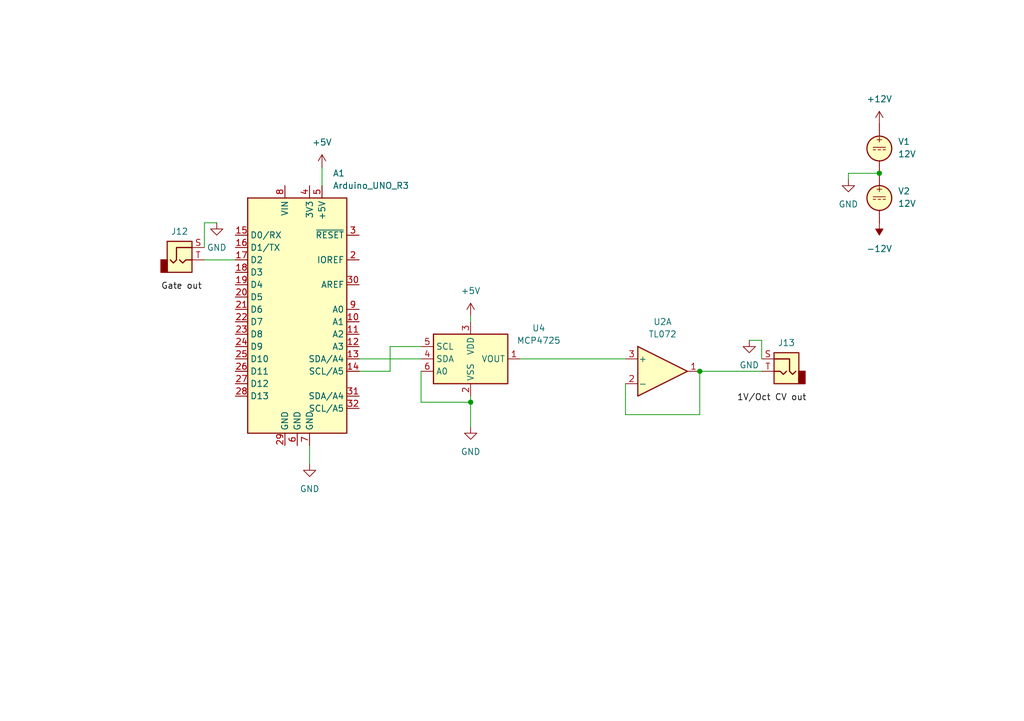
<source format=kicad_sch>
(kicad_sch
	(version 20231120)
	(generator "eeschema")
	(generator_version "8.0")
	(uuid "c764aeff-7478-4ad3-8c15-fc2418c90084")
	(paper "A5")
	(title_block
		(title "Sillysizer MIDI to CV Converter")
		(date "2024-10-27")
		(rev "2")
		(company "TEJ4M Ltd.")
	)
	(lib_symbols
		(symbol "Amplifier_Operational:TL072"
			(pin_names
				(offset 0.127)
			)
			(exclude_from_sim no)
			(in_bom yes)
			(on_board yes)
			(property "Reference" "U"
				(at 0 5.08 0)
				(effects
					(font
						(size 1.27 1.27)
					)
					(justify left)
				)
			)
			(property "Value" "TL072"
				(at 0 -5.08 0)
				(effects
					(font
						(size 1.27 1.27)
					)
					(justify left)
				)
			)
			(property "Footprint" ""
				(at 0 0 0)
				(effects
					(font
						(size 1.27 1.27)
					)
					(hide yes)
				)
			)
			(property "Datasheet" "http://www.ti.com/lit/ds/symlink/tl071.pdf"
				(at 0 0 0)
				(effects
					(font
						(size 1.27 1.27)
					)
					(hide yes)
				)
			)
			(property "Description" "Dual Low-Noise JFET-Input Operational Amplifiers, DIP-8/SOIC-8"
				(at 0 0 0)
				(effects
					(font
						(size 1.27 1.27)
					)
					(hide yes)
				)
			)
			(property "ki_locked" ""
				(at 0 0 0)
				(effects
					(font
						(size 1.27 1.27)
					)
				)
			)
			(property "ki_keywords" "dual opamp"
				(at 0 0 0)
				(effects
					(font
						(size 1.27 1.27)
					)
					(hide yes)
				)
			)
			(property "ki_fp_filters" "SOIC*3.9x4.9mm*P1.27mm* DIP*W7.62mm* TO*99* OnSemi*Micro8* TSSOP*3x3mm*P0.65mm* TSSOP*4.4x3mm*P0.65mm* MSOP*3x3mm*P0.65mm* SSOP*3.9x4.9mm*P0.635mm* LFCSP*2x2mm*P0.5mm* *SIP* SOIC*5.3x6.2mm*P1.27mm*"
				(at 0 0 0)
				(effects
					(font
						(size 1.27 1.27)
					)
					(hide yes)
				)
			)
			(symbol "TL072_1_1"
				(polyline
					(pts
						(xy -5.08 5.08) (xy 5.08 0) (xy -5.08 -5.08) (xy -5.08 5.08)
					)
					(stroke
						(width 0.254)
						(type default)
					)
					(fill
						(type background)
					)
				)
				(pin output line
					(at 7.62 0 180)
					(length 2.54)
					(name "~"
						(effects
							(font
								(size 1.27 1.27)
							)
						)
					)
					(number "1"
						(effects
							(font
								(size 1.27 1.27)
							)
						)
					)
				)
				(pin input line
					(at -7.62 -2.54 0)
					(length 2.54)
					(name "-"
						(effects
							(font
								(size 1.27 1.27)
							)
						)
					)
					(number "2"
						(effects
							(font
								(size 1.27 1.27)
							)
						)
					)
				)
				(pin input line
					(at -7.62 2.54 0)
					(length 2.54)
					(name "+"
						(effects
							(font
								(size 1.27 1.27)
							)
						)
					)
					(number "3"
						(effects
							(font
								(size 1.27 1.27)
							)
						)
					)
				)
			)
			(symbol "TL072_2_1"
				(polyline
					(pts
						(xy -5.08 5.08) (xy 5.08 0) (xy -5.08 -5.08) (xy -5.08 5.08)
					)
					(stroke
						(width 0.254)
						(type default)
					)
					(fill
						(type background)
					)
				)
				(pin input line
					(at -7.62 2.54 0)
					(length 2.54)
					(name "+"
						(effects
							(font
								(size 1.27 1.27)
							)
						)
					)
					(number "5"
						(effects
							(font
								(size 1.27 1.27)
							)
						)
					)
				)
				(pin input line
					(at -7.62 -2.54 0)
					(length 2.54)
					(name "-"
						(effects
							(font
								(size 1.27 1.27)
							)
						)
					)
					(number "6"
						(effects
							(font
								(size 1.27 1.27)
							)
						)
					)
				)
				(pin output line
					(at 7.62 0 180)
					(length 2.54)
					(name "~"
						(effects
							(font
								(size 1.27 1.27)
							)
						)
					)
					(number "7"
						(effects
							(font
								(size 1.27 1.27)
							)
						)
					)
				)
			)
			(symbol "TL072_3_1"
				(pin power_in line
					(at -2.54 -7.62 90)
					(length 3.81)
					(name "V-"
						(effects
							(font
								(size 1.27 1.27)
							)
						)
					)
					(number "4"
						(effects
							(font
								(size 1.27 1.27)
							)
						)
					)
				)
				(pin power_in line
					(at -2.54 7.62 270)
					(length 3.81)
					(name "V+"
						(effects
							(font
								(size 1.27 1.27)
							)
						)
					)
					(number "8"
						(effects
							(font
								(size 1.27 1.27)
							)
						)
					)
				)
			)
		)
		(symbol "Analog_DAC:MCP4725xxx-xCH"
			(exclude_from_sim no)
			(in_bom yes)
			(on_board yes)
			(property "Reference" "U"
				(at -6.35 6.35 0)
				(effects
					(font
						(size 1.27 1.27)
					)
				)
			)
			(property "Value" "MCP4725xxx-xCH"
				(at 8.89 6.35 0)
				(effects
					(font
						(size 1.27 1.27)
					)
				)
			)
			(property "Footprint" "Package_TO_SOT_SMD:SOT-23-6"
				(at 0 -6.35 0)
				(effects
					(font
						(size 1.27 1.27)
					)
					(hide yes)
				)
			)
			(property "Datasheet" "http://ww1.microchip.com/downloads/en/DeviceDoc/22039d.pdf"
				(at 0 0 0)
				(effects
					(font
						(size 1.27 1.27)
					)
					(hide yes)
				)
			)
			(property "Description" "12-bit Digital-to-Analog Converter, integrated EEPROM, I2C interface, SOT-23-6"
				(at 0 0 0)
				(effects
					(font
						(size 1.27 1.27)
					)
					(hide yes)
				)
			)
			(property "ki_keywords" "dac twi"
				(at 0 0 0)
				(effects
					(font
						(size 1.27 1.27)
					)
					(hide yes)
				)
			)
			(property "ki_fp_filters" "SOT?23*"
				(at 0 0 0)
				(effects
					(font
						(size 1.27 1.27)
					)
					(hide yes)
				)
			)
			(symbol "MCP4725xxx-xCH_0_1"
				(rectangle
					(start -7.62 5.08)
					(end 7.62 -5.08)
					(stroke
						(width 0.254)
						(type default)
					)
					(fill
						(type background)
					)
				)
			)
			(symbol "MCP4725xxx-xCH_1_1"
				(pin output line
					(at 10.16 0 180)
					(length 2.54)
					(name "VOUT"
						(effects
							(font
								(size 1.27 1.27)
							)
						)
					)
					(number "1"
						(effects
							(font
								(size 1.27 1.27)
							)
						)
					)
				)
				(pin power_in line
					(at 0 -7.62 90)
					(length 2.54)
					(name "VSS"
						(effects
							(font
								(size 1.27 1.27)
							)
						)
					)
					(number "2"
						(effects
							(font
								(size 1.27 1.27)
							)
						)
					)
				)
				(pin power_in line
					(at 0 7.62 270)
					(length 2.54)
					(name "VDD"
						(effects
							(font
								(size 1.27 1.27)
							)
						)
					)
					(number "3"
						(effects
							(font
								(size 1.27 1.27)
							)
						)
					)
				)
				(pin bidirectional line
					(at -10.16 0 0)
					(length 2.54)
					(name "SDA"
						(effects
							(font
								(size 1.27 1.27)
							)
						)
					)
					(number "4"
						(effects
							(font
								(size 1.27 1.27)
							)
						)
					)
				)
				(pin input line
					(at -10.16 2.54 0)
					(length 2.54)
					(name "SCL"
						(effects
							(font
								(size 1.27 1.27)
							)
						)
					)
					(number "5"
						(effects
							(font
								(size 1.27 1.27)
							)
						)
					)
				)
				(pin input line
					(at -10.16 -2.54 0)
					(length 2.54)
					(name "A0"
						(effects
							(font
								(size 1.27 1.27)
							)
						)
					)
					(number "6"
						(effects
							(font
								(size 1.27 1.27)
							)
						)
					)
				)
			)
		)
		(symbol "Connector_Audio:AudioJack2"
			(exclude_from_sim no)
			(in_bom yes)
			(on_board yes)
			(property "Reference" "J"
				(at 0 8.89 0)
				(effects
					(font
						(size 1.27 1.27)
					)
				)
			)
			(property "Value" "AudioJack2"
				(at 0 6.35 0)
				(effects
					(font
						(size 1.27 1.27)
					)
				)
			)
			(property "Footprint" ""
				(at 0 0 0)
				(effects
					(font
						(size 1.27 1.27)
					)
					(hide yes)
				)
			)
			(property "Datasheet" "~"
				(at 0 0 0)
				(effects
					(font
						(size 1.27 1.27)
					)
					(hide yes)
				)
			)
			(property "Description" "Audio Jack, 2 Poles (Mono / TS)"
				(at 0 0 0)
				(effects
					(font
						(size 1.27 1.27)
					)
					(hide yes)
				)
			)
			(property "ki_keywords" "audio jack receptacle mono phone headphone TS connector"
				(at 0 0 0)
				(effects
					(font
						(size 1.27 1.27)
					)
					(hide yes)
				)
			)
			(property "ki_fp_filters" "Jack*"
				(at 0 0 0)
				(effects
					(font
						(size 1.27 1.27)
					)
					(hide yes)
				)
			)
			(symbol "AudioJack2_0_1"
				(rectangle
					(start -3.81 0)
					(end -2.54 -2.54)
					(stroke
						(width 0.254)
						(type default)
					)
					(fill
						(type outline)
					)
				)
				(rectangle
					(start -2.54 3.81)
					(end 2.54 -2.54)
					(stroke
						(width 0.254)
						(type default)
					)
					(fill
						(type background)
					)
				)
				(polyline
					(pts
						(xy 0 0) (xy 0.635 -0.635) (xy 1.27 0) (xy 2.54 0)
					)
					(stroke
						(width 0.254)
						(type default)
					)
					(fill
						(type none)
					)
				)
				(polyline
					(pts
						(xy 2.54 2.54) (xy -0.635 2.54) (xy -0.635 0) (xy -1.27 -0.635) (xy -1.905 0)
					)
					(stroke
						(width 0.254)
						(type default)
					)
					(fill
						(type none)
					)
				)
			)
			(symbol "AudioJack2_1_1"
				(pin passive line
					(at 5.08 2.54 180)
					(length 2.54)
					(name "~"
						(effects
							(font
								(size 1.27 1.27)
							)
						)
					)
					(number "S"
						(effects
							(font
								(size 1.27 1.27)
							)
						)
					)
				)
				(pin passive line
					(at 5.08 0 180)
					(length 2.54)
					(name "~"
						(effects
							(font
								(size 1.27 1.27)
							)
						)
					)
					(number "T"
						(effects
							(font
								(size 1.27 1.27)
							)
						)
					)
				)
			)
		)
		(symbol "MCU_Module:Arduino_UNO_R3"
			(exclude_from_sim no)
			(in_bom yes)
			(on_board yes)
			(property "Reference" "A"
				(at -10.16 23.495 0)
				(effects
					(font
						(size 1.27 1.27)
					)
					(justify left bottom)
				)
			)
			(property "Value" "Arduino_UNO_R3"
				(at 5.08 -26.67 0)
				(effects
					(font
						(size 1.27 1.27)
					)
					(justify left top)
				)
			)
			(property "Footprint" "Module:Arduino_UNO_R3"
				(at 0 0 0)
				(effects
					(font
						(size 1.27 1.27)
						(italic yes)
					)
					(hide yes)
				)
			)
			(property "Datasheet" "https://www.arduino.cc/en/Main/arduinoBoardUno"
				(at 0 0 0)
				(effects
					(font
						(size 1.27 1.27)
					)
					(hide yes)
				)
			)
			(property "Description" "Arduino UNO Microcontroller Module, release 3"
				(at 0 0 0)
				(effects
					(font
						(size 1.27 1.27)
					)
					(hide yes)
				)
			)
			(property "ki_keywords" "Arduino UNO R3 Microcontroller Module Atmel AVR USB"
				(at 0 0 0)
				(effects
					(font
						(size 1.27 1.27)
					)
					(hide yes)
				)
			)
			(property "ki_fp_filters" "Arduino*UNO*R3*"
				(at 0 0 0)
				(effects
					(font
						(size 1.27 1.27)
					)
					(hide yes)
				)
			)
			(symbol "Arduino_UNO_R3_0_1"
				(rectangle
					(start -10.16 22.86)
					(end 10.16 -25.4)
					(stroke
						(width 0.254)
						(type default)
					)
					(fill
						(type background)
					)
				)
			)
			(symbol "Arduino_UNO_R3_1_1"
				(pin no_connect line
					(at -10.16 -20.32 0)
					(length 2.54) hide
					(name "NC"
						(effects
							(font
								(size 1.27 1.27)
							)
						)
					)
					(number "1"
						(effects
							(font
								(size 1.27 1.27)
							)
						)
					)
				)
				(pin bidirectional line
					(at 12.7 -2.54 180)
					(length 2.54)
					(name "A1"
						(effects
							(font
								(size 1.27 1.27)
							)
						)
					)
					(number "10"
						(effects
							(font
								(size 1.27 1.27)
							)
						)
					)
				)
				(pin bidirectional line
					(at 12.7 -5.08 180)
					(length 2.54)
					(name "A2"
						(effects
							(font
								(size 1.27 1.27)
							)
						)
					)
					(number "11"
						(effects
							(font
								(size 1.27 1.27)
							)
						)
					)
				)
				(pin bidirectional line
					(at 12.7 -7.62 180)
					(length 2.54)
					(name "A3"
						(effects
							(font
								(size 1.27 1.27)
							)
						)
					)
					(number "12"
						(effects
							(font
								(size 1.27 1.27)
							)
						)
					)
				)
				(pin bidirectional line
					(at 12.7 -10.16 180)
					(length 2.54)
					(name "SDA/A4"
						(effects
							(font
								(size 1.27 1.27)
							)
						)
					)
					(number "13"
						(effects
							(font
								(size 1.27 1.27)
							)
						)
					)
				)
				(pin bidirectional line
					(at 12.7 -12.7 180)
					(length 2.54)
					(name "SCL/A5"
						(effects
							(font
								(size 1.27 1.27)
							)
						)
					)
					(number "14"
						(effects
							(font
								(size 1.27 1.27)
							)
						)
					)
				)
				(pin bidirectional line
					(at -12.7 15.24 0)
					(length 2.54)
					(name "D0/RX"
						(effects
							(font
								(size 1.27 1.27)
							)
						)
					)
					(number "15"
						(effects
							(font
								(size 1.27 1.27)
							)
						)
					)
				)
				(pin bidirectional line
					(at -12.7 12.7 0)
					(length 2.54)
					(name "D1/TX"
						(effects
							(font
								(size 1.27 1.27)
							)
						)
					)
					(number "16"
						(effects
							(font
								(size 1.27 1.27)
							)
						)
					)
				)
				(pin bidirectional line
					(at -12.7 10.16 0)
					(length 2.54)
					(name "D2"
						(effects
							(font
								(size 1.27 1.27)
							)
						)
					)
					(number "17"
						(effects
							(font
								(size 1.27 1.27)
							)
						)
					)
				)
				(pin bidirectional line
					(at -12.7 7.62 0)
					(length 2.54)
					(name "D3"
						(effects
							(font
								(size 1.27 1.27)
							)
						)
					)
					(number "18"
						(effects
							(font
								(size 1.27 1.27)
							)
						)
					)
				)
				(pin bidirectional line
					(at -12.7 5.08 0)
					(length 2.54)
					(name "D4"
						(effects
							(font
								(size 1.27 1.27)
							)
						)
					)
					(number "19"
						(effects
							(font
								(size 1.27 1.27)
							)
						)
					)
				)
				(pin output line
					(at 12.7 10.16 180)
					(length 2.54)
					(name "IOREF"
						(effects
							(font
								(size 1.27 1.27)
							)
						)
					)
					(number "2"
						(effects
							(font
								(size 1.27 1.27)
							)
						)
					)
				)
				(pin bidirectional line
					(at -12.7 2.54 0)
					(length 2.54)
					(name "D5"
						(effects
							(font
								(size 1.27 1.27)
							)
						)
					)
					(number "20"
						(effects
							(font
								(size 1.27 1.27)
							)
						)
					)
				)
				(pin bidirectional line
					(at -12.7 0 0)
					(length 2.54)
					(name "D6"
						(effects
							(font
								(size 1.27 1.27)
							)
						)
					)
					(number "21"
						(effects
							(font
								(size 1.27 1.27)
							)
						)
					)
				)
				(pin bidirectional line
					(at -12.7 -2.54 0)
					(length 2.54)
					(name "D7"
						(effects
							(font
								(size 1.27 1.27)
							)
						)
					)
					(number "22"
						(effects
							(font
								(size 1.27 1.27)
							)
						)
					)
				)
				(pin bidirectional line
					(at -12.7 -5.08 0)
					(length 2.54)
					(name "D8"
						(effects
							(font
								(size 1.27 1.27)
							)
						)
					)
					(number "23"
						(effects
							(font
								(size 1.27 1.27)
							)
						)
					)
				)
				(pin bidirectional line
					(at -12.7 -7.62 0)
					(length 2.54)
					(name "D9"
						(effects
							(font
								(size 1.27 1.27)
							)
						)
					)
					(number "24"
						(effects
							(font
								(size 1.27 1.27)
							)
						)
					)
				)
				(pin bidirectional line
					(at -12.7 -10.16 0)
					(length 2.54)
					(name "D10"
						(effects
							(font
								(size 1.27 1.27)
							)
						)
					)
					(number "25"
						(effects
							(font
								(size 1.27 1.27)
							)
						)
					)
				)
				(pin bidirectional line
					(at -12.7 -12.7 0)
					(length 2.54)
					(name "D11"
						(effects
							(font
								(size 1.27 1.27)
							)
						)
					)
					(number "26"
						(effects
							(font
								(size 1.27 1.27)
							)
						)
					)
				)
				(pin bidirectional line
					(at -12.7 -15.24 0)
					(length 2.54)
					(name "D12"
						(effects
							(font
								(size 1.27 1.27)
							)
						)
					)
					(number "27"
						(effects
							(font
								(size 1.27 1.27)
							)
						)
					)
				)
				(pin bidirectional line
					(at -12.7 -17.78 0)
					(length 2.54)
					(name "D13"
						(effects
							(font
								(size 1.27 1.27)
							)
						)
					)
					(number "28"
						(effects
							(font
								(size 1.27 1.27)
							)
						)
					)
				)
				(pin power_in line
					(at -2.54 -27.94 90)
					(length 2.54)
					(name "GND"
						(effects
							(font
								(size 1.27 1.27)
							)
						)
					)
					(number "29"
						(effects
							(font
								(size 1.27 1.27)
							)
						)
					)
				)
				(pin input line
					(at 12.7 15.24 180)
					(length 2.54)
					(name "~{RESET}"
						(effects
							(font
								(size 1.27 1.27)
							)
						)
					)
					(number "3"
						(effects
							(font
								(size 1.27 1.27)
							)
						)
					)
				)
				(pin input line
					(at 12.7 5.08 180)
					(length 2.54)
					(name "AREF"
						(effects
							(font
								(size 1.27 1.27)
							)
						)
					)
					(number "30"
						(effects
							(font
								(size 1.27 1.27)
							)
						)
					)
				)
				(pin bidirectional line
					(at 12.7 -17.78 180)
					(length 2.54)
					(name "SDA/A4"
						(effects
							(font
								(size 1.27 1.27)
							)
						)
					)
					(number "31"
						(effects
							(font
								(size 1.27 1.27)
							)
						)
					)
				)
				(pin bidirectional line
					(at 12.7 -20.32 180)
					(length 2.54)
					(name "SCL/A5"
						(effects
							(font
								(size 1.27 1.27)
							)
						)
					)
					(number "32"
						(effects
							(font
								(size 1.27 1.27)
							)
						)
					)
				)
				(pin power_out line
					(at 2.54 25.4 270)
					(length 2.54)
					(name "3V3"
						(effects
							(font
								(size 1.27 1.27)
							)
						)
					)
					(number "4"
						(effects
							(font
								(size 1.27 1.27)
							)
						)
					)
				)
				(pin power_out line
					(at 5.08 25.4 270)
					(length 2.54)
					(name "+5V"
						(effects
							(font
								(size 1.27 1.27)
							)
						)
					)
					(number "5"
						(effects
							(font
								(size 1.27 1.27)
							)
						)
					)
				)
				(pin power_in line
					(at 0 -27.94 90)
					(length 2.54)
					(name "GND"
						(effects
							(font
								(size 1.27 1.27)
							)
						)
					)
					(number "6"
						(effects
							(font
								(size 1.27 1.27)
							)
						)
					)
				)
				(pin power_in line
					(at 2.54 -27.94 90)
					(length 2.54)
					(name "GND"
						(effects
							(font
								(size 1.27 1.27)
							)
						)
					)
					(number "7"
						(effects
							(font
								(size 1.27 1.27)
							)
						)
					)
				)
				(pin power_in line
					(at -2.54 25.4 270)
					(length 2.54)
					(name "VIN"
						(effects
							(font
								(size 1.27 1.27)
							)
						)
					)
					(number "8"
						(effects
							(font
								(size 1.27 1.27)
							)
						)
					)
				)
				(pin bidirectional line
					(at 12.7 0 180)
					(length 2.54)
					(name "A0"
						(effects
							(font
								(size 1.27 1.27)
							)
						)
					)
					(number "9"
						(effects
							(font
								(size 1.27 1.27)
							)
						)
					)
				)
			)
		)
		(symbol "Simulation_SPICE:VDC"
			(pin_numbers hide)
			(pin_names
				(offset 0.0254)
			)
			(exclude_from_sim no)
			(in_bom yes)
			(on_board yes)
			(property "Reference" "V"
				(at 2.54 2.54 0)
				(effects
					(font
						(size 1.27 1.27)
					)
					(justify left)
				)
			)
			(property "Value" "1"
				(at 2.54 0 0)
				(effects
					(font
						(size 1.27 1.27)
					)
					(justify left)
				)
			)
			(property "Footprint" ""
				(at 0 0 0)
				(effects
					(font
						(size 1.27 1.27)
					)
					(hide yes)
				)
			)
			(property "Datasheet" "https://ngspice.sourceforge.io/docs/ngspice-html-manual/manual.xhtml#sec_Independent_Sources_for"
				(at 0 0 0)
				(effects
					(font
						(size 1.27 1.27)
					)
					(hide yes)
				)
			)
			(property "Description" "Voltage source, DC"
				(at 0 0 0)
				(effects
					(font
						(size 1.27 1.27)
					)
					(hide yes)
				)
			)
			(property "Sim.Pins" "1=+ 2=-"
				(at 0 0 0)
				(effects
					(font
						(size 1.27 1.27)
					)
					(hide yes)
				)
			)
			(property "Sim.Type" "DC"
				(at 0 0 0)
				(effects
					(font
						(size 1.27 1.27)
					)
					(hide yes)
				)
			)
			(property "Sim.Device" "V"
				(at 0 0 0)
				(effects
					(font
						(size 1.27 1.27)
					)
					(justify left)
					(hide yes)
				)
			)
			(property "ki_keywords" "simulation"
				(at 0 0 0)
				(effects
					(font
						(size 1.27 1.27)
					)
					(hide yes)
				)
			)
			(symbol "VDC_0_0"
				(polyline
					(pts
						(xy -1.27 0.254) (xy 1.27 0.254)
					)
					(stroke
						(width 0)
						(type default)
					)
					(fill
						(type none)
					)
				)
				(polyline
					(pts
						(xy -0.762 -0.254) (xy -1.27 -0.254)
					)
					(stroke
						(width 0)
						(type default)
					)
					(fill
						(type none)
					)
				)
				(polyline
					(pts
						(xy 0.254 -0.254) (xy -0.254 -0.254)
					)
					(stroke
						(width 0)
						(type default)
					)
					(fill
						(type none)
					)
				)
				(polyline
					(pts
						(xy 1.27 -0.254) (xy 0.762 -0.254)
					)
					(stroke
						(width 0)
						(type default)
					)
					(fill
						(type none)
					)
				)
				(text "+"
					(at 0 1.905 0)
					(effects
						(font
							(size 1.27 1.27)
						)
					)
				)
			)
			(symbol "VDC_0_1"
				(circle
					(center 0 0)
					(radius 2.54)
					(stroke
						(width 0.254)
						(type default)
					)
					(fill
						(type background)
					)
				)
			)
			(symbol "VDC_1_1"
				(pin passive line
					(at 0 5.08 270)
					(length 2.54)
					(name "~"
						(effects
							(font
								(size 1.27 1.27)
							)
						)
					)
					(number "1"
						(effects
							(font
								(size 1.27 1.27)
							)
						)
					)
				)
				(pin passive line
					(at 0 -5.08 90)
					(length 2.54)
					(name "~"
						(effects
							(font
								(size 1.27 1.27)
							)
						)
					)
					(number "2"
						(effects
							(font
								(size 1.27 1.27)
							)
						)
					)
				)
			)
		)
		(symbol "power:+12V"
			(power)
			(pin_numbers hide)
			(pin_names
				(offset 0) hide)
			(exclude_from_sim no)
			(in_bom yes)
			(on_board yes)
			(property "Reference" "#PWR"
				(at 0 -3.81 0)
				(effects
					(font
						(size 1.27 1.27)
					)
					(hide yes)
				)
			)
			(property "Value" "+12V"
				(at 0 3.556 0)
				(effects
					(font
						(size 1.27 1.27)
					)
				)
			)
			(property "Footprint" ""
				(at 0 0 0)
				(effects
					(font
						(size 1.27 1.27)
					)
					(hide yes)
				)
			)
			(property "Datasheet" ""
				(at 0 0 0)
				(effects
					(font
						(size 1.27 1.27)
					)
					(hide yes)
				)
			)
			(property "Description" "Power symbol creates a global label with name \"+12V\""
				(at 0 0 0)
				(effects
					(font
						(size 1.27 1.27)
					)
					(hide yes)
				)
			)
			(property "ki_keywords" "global power"
				(at 0 0 0)
				(effects
					(font
						(size 1.27 1.27)
					)
					(hide yes)
				)
			)
			(symbol "+12V_0_1"
				(polyline
					(pts
						(xy -0.762 1.27) (xy 0 2.54)
					)
					(stroke
						(width 0)
						(type default)
					)
					(fill
						(type none)
					)
				)
				(polyline
					(pts
						(xy 0 0) (xy 0 2.54)
					)
					(stroke
						(width 0)
						(type default)
					)
					(fill
						(type none)
					)
				)
				(polyline
					(pts
						(xy 0 2.54) (xy 0.762 1.27)
					)
					(stroke
						(width 0)
						(type default)
					)
					(fill
						(type none)
					)
				)
			)
			(symbol "+12V_1_1"
				(pin power_in line
					(at 0 0 90)
					(length 0)
					(name "~"
						(effects
							(font
								(size 1.27 1.27)
							)
						)
					)
					(number "1"
						(effects
							(font
								(size 1.27 1.27)
							)
						)
					)
				)
			)
		)
		(symbol "power:+5V"
			(power)
			(pin_numbers hide)
			(pin_names
				(offset 0) hide)
			(exclude_from_sim no)
			(in_bom yes)
			(on_board yes)
			(property "Reference" "#PWR"
				(at 0 -3.81 0)
				(effects
					(font
						(size 1.27 1.27)
					)
					(hide yes)
				)
			)
			(property "Value" "+5V"
				(at 0 3.556 0)
				(effects
					(font
						(size 1.27 1.27)
					)
				)
			)
			(property "Footprint" ""
				(at 0 0 0)
				(effects
					(font
						(size 1.27 1.27)
					)
					(hide yes)
				)
			)
			(property "Datasheet" ""
				(at 0 0 0)
				(effects
					(font
						(size 1.27 1.27)
					)
					(hide yes)
				)
			)
			(property "Description" "Power symbol creates a global label with name \"+5V\""
				(at 0 0 0)
				(effects
					(font
						(size 1.27 1.27)
					)
					(hide yes)
				)
			)
			(property "ki_keywords" "global power"
				(at 0 0 0)
				(effects
					(font
						(size 1.27 1.27)
					)
					(hide yes)
				)
			)
			(symbol "+5V_0_1"
				(polyline
					(pts
						(xy -0.762 1.27) (xy 0 2.54)
					)
					(stroke
						(width 0)
						(type default)
					)
					(fill
						(type none)
					)
				)
				(polyline
					(pts
						(xy 0 0) (xy 0 2.54)
					)
					(stroke
						(width 0)
						(type default)
					)
					(fill
						(type none)
					)
				)
				(polyline
					(pts
						(xy 0 2.54) (xy 0.762 1.27)
					)
					(stroke
						(width 0)
						(type default)
					)
					(fill
						(type none)
					)
				)
			)
			(symbol "+5V_1_1"
				(pin power_in line
					(at 0 0 90)
					(length 0)
					(name "~"
						(effects
							(font
								(size 1.27 1.27)
							)
						)
					)
					(number "1"
						(effects
							(font
								(size 1.27 1.27)
							)
						)
					)
				)
			)
		)
		(symbol "power:-12V"
			(power)
			(pin_numbers hide)
			(pin_names
				(offset 0) hide)
			(exclude_from_sim no)
			(in_bom yes)
			(on_board yes)
			(property "Reference" "#PWR"
				(at 0 -3.81 0)
				(effects
					(font
						(size 1.27 1.27)
					)
					(hide yes)
				)
			)
			(property "Value" "-12V"
				(at 0 3.556 0)
				(effects
					(font
						(size 1.27 1.27)
					)
				)
			)
			(property "Footprint" ""
				(at 0 0 0)
				(effects
					(font
						(size 1.27 1.27)
					)
					(hide yes)
				)
			)
			(property "Datasheet" ""
				(at 0 0 0)
				(effects
					(font
						(size 1.27 1.27)
					)
					(hide yes)
				)
			)
			(property "Description" "Power symbol creates a global label with name \"-12V\""
				(at 0 0 0)
				(effects
					(font
						(size 1.27 1.27)
					)
					(hide yes)
				)
			)
			(property "ki_keywords" "global power"
				(at 0 0 0)
				(effects
					(font
						(size 1.27 1.27)
					)
					(hide yes)
				)
			)
			(symbol "-12V_0_0"
				(pin power_in line
					(at 0 0 90)
					(length 0)
					(name "~"
						(effects
							(font
								(size 1.27 1.27)
							)
						)
					)
					(number "1"
						(effects
							(font
								(size 1.27 1.27)
							)
						)
					)
				)
			)
			(symbol "-12V_0_1"
				(polyline
					(pts
						(xy 0 0) (xy 0 1.27) (xy 0.762 1.27) (xy 0 2.54) (xy -0.762 1.27) (xy 0 1.27)
					)
					(stroke
						(width 0)
						(type default)
					)
					(fill
						(type outline)
					)
				)
			)
		)
		(symbol "power:GND"
			(power)
			(pin_numbers hide)
			(pin_names
				(offset 0) hide)
			(exclude_from_sim no)
			(in_bom yes)
			(on_board yes)
			(property "Reference" "#PWR"
				(at 0 -6.35 0)
				(effects
					(font
						(size 1.27 1.27)
					)
					(hide yes)
				)
			)
			(property "Value" "GND"
				(at 0 -3.81 0)
				(effects
					(font
						(size 1.27 1.27)
					)
				)
			)
			(property "Footprint" ""
				(at 0 0 0)
				(effects
					(font
						(size 1.27 1.27)
					)
					(hide yes)
				)
			)
			(property "Datasheet" ""
				(at 0 0 0)
				(effects
					(font
						(size 1.27 1.27)
					)
					(hide yes)
				)
			)
			(property "Description" "Power symbol creates a global label with name \"GND\" , ground"
				(at 0 0 0)
				(effects
					(font
						(size 1.27 1.27)
					)
					(hide yes)
				)
			)
			(property "ki_keywords" "global power"
				(at 0 0 0)
				(effects
					(font
						(size 1.27 1.27)
					)
					(hide yes)
				)
			)
			(symbol "GND_0_1"
				(polyline
					(pts
						(xy 0 0) (xy 0 -1.27) (xy 1.27 -1.27) (xy 0 -2.54) (xy -1.27 -1.27) (xy 0 -1.27)
					)
					(stroke
						(width 0)
						(type default)
					)
					(fill
						(type none)
					)
				)
			)
			(symbol "GND_1_1"
				(pin power_in line
					(at 0 0 270)
					(length 0)
					(name "~"
						(effects
							(font
								(size 1.27 1.27)
							)
						)
					)
					(number "1"
						(effects
							(font
								(size 1.27 1.27)
							)
						)
					)
				)
			)
		)
	)
	(junction
		(at 96.52 82.55)
		(diameter 0)
		(color 0 0 0 0)
		(uuid "02d02ed8-97e2-44c5-a3d3-4f795b7be630")
	)
	(junction
		(at 143.51 76.2)
		(diameter 0)
		(color 0 0 0 0)
		(uuid "41288451-7bd9-4c64-9ba0-69aeb58a513e")
	)
	(junction
		(at 180.34 35.56)
		(diameter 0)
		(color 0 0 0 0)
		(uuid "99c9f29a-71c4-48ba-8a03-27d3a26aff73")
	)
	(wire
		(pts
			(xy 173.99 35.56) (xy 180.34 35.56)
		)
		(stroke
			(width 0)
			(type default)
		)
		(uuid "06618acb-4371-41f2-bead-e99d86d39264")
	)
	(wire
		(pts
			(xy 63.5 95.25) (xy 63.5 91.44)
		)
		(stroke
			(width 0)
			(type default)
		)
		(uuid "1dda8bcd-467f-4189-baf2-4384a04f9a85")
	)
	(wire
		(pts
			(xy 106.68 73.66) (xy 128.27 73.66)
		)
		(stroke
			(width 0)
			(type default)
		)
		(uuid "21cb010e-5790-4d21-8117-9fb134ba5fa1")
	)
	(wire
		(pts
			(xy 73.66 73.66) (xy 86.36 73.66)
		)
		(stroke
			(width 0)
			(type default)
		)
		(uuid "27c06e49-9b0c-4d5b-8209-520ae142a1d1")
	)
	(wire
		(pts
			(xy 156.21 73.66) (xy 156.21 69.85)
		)
		(stroke
			(width 0)
			(type default)
		)
		(uuid "3cbe2e7b-c85f-4bb3-b880-afb4244265a8")
	)
	(wire
		(pts
			(xy 66.04 34.29) (xy 66.04 38.1)
		)
		(stroke
			(width 0)
			(type default)
		)
		(uuid "43865d96-fe0f-408a-808b-033a312aad77")
	)
	(wire
		(pts
			(xy 156.21 69.85) (xy 153.67 69.85)
		)
		(stroke
			(width 0)
			(type default)
		)
		(uuid "4eb67b49-73e9-4f2c-8815-7e23177469d1")
	)
	(wire
		(pts
			(xy 80.01 76.2) (xy 80.01 71.12)
		)
		(stroke
			(width 0)
			(type default)
		)
		(uuid "52702d45-f573-486c-b0fd-2dea57271a1a")
	)
	(wire
		(pts
			(xy 41.91 50.8) (xy 41.91 45.72)
		)
		(stroke
			(width 0)
			(type default)
		)
		(uuid "5f726988-02b1-427b-9c6f-c96c951182bb")
	)
	(wire
		(pts
			(xy 143.51 76.2) (xy 156.21 76.2)
		)
		(stroke
			(width 0)
			(type default)
		)
		(uuid "623d710e-c5cf-4abc-865a-174aa6dafd10")
	)
	(wire
		(pts
			(xy 86.36 82.55) (xy 96.52 82.55)
		)
		(stroke
			(width 0)
			(type default)
		)
		(uuid "6f0cb70b-9f83-4efd-b201-dc5b08ba69e4")
	)
	(wire
		(pts
			(xy 96.52 66.04) (xy 96.52 64.77)
		)
		(stroke
			(width 0)
			(type default)
		)
		(uuid "79beae07-5bb7-4a1e-94c1-1d8961f9006b")
	)
	(wire
		(pts
			(xy 80.01 76.2) (xy 73.66 76.2)
		)
		(stroke
			(width 0)
			(type default)
		)
		(uuid "9bfedc13-bb2b-4db1-a43b-98a3f12cd53e")
	)
	(wire
		(pts
			(xy 86.36 76.2) (xy 86.36 82.55)
		)
		(stroke
			(width 0)
			(type default)
		)
		(uuid "a6d35747-c249-4560-b959-589729dc182c")
	)
	(wire
		(pts
			(xy 143.51 76.2) (xy 143.51 85.09)
		)
		(stroke
			(width 0)
			(type default)
		)
		(uuid "b3ad5de5-0671-4495-9723-72458dbdda64")
	)
	(wire
		(pts
			(xy 96.52 82.55) (xy 96.52 87.63)
		)
		(stroke
			(width 0)
			(type default)
		)
		(uuid "be2bb742-7d4f-4045-8ef6-661ffdf6ff6d")
	)
	(wire
		(pts
			(xy 128.27 78.74) (xy 128.27 85.09)
		)
		(stroke
			(width 0)
			(type default)
		)
		(uuid "c21bab35-ca1c-4108-b3f4-80da82a3b9ab")
	)
	(wire
		(pts
			(xy 41.91 53.34) (xy 48.26 53.34)
		)
		(stroke
			(width 0)
			(type default)
		)
		(uuid "c572cf60-5713-4d87-9eaa-a178c25a403f")
	)
	(wire
		(pts
			(xy 128.27 85.09) (xy 143.51 85.09)
		)
		(stroke
			(width 0)
			(type default)
		)
		(uuid "c8a7d776-ebb7-43d5-82d2-86c332eb74c9")
	)
	(wire
		(pts
			(xy 173.99 35.56) (xy 173.99 36.83)
		)
		(stroke
			(width 0)
			(type default)
		)
		(uuid "e35323e4-3650-457e-9d74-a02814a7ef97")
	)
	(wire
		(pts
			(xy 41.91 45.72) (xy 44.45 45.72)
		)
		(stroke
			(width 0)
			(type default)
		)
		(uuid "e5e31d78-b9db-4a61-a113-cadb62ec8c3b")
	)
	(wire
		(pts
			(xy 86.36 71.12) (xy 80.01 71.12)
		)
		(stroke
			(width 0)
			(type default)
		)
		(uuid "e70e07ff-7c32-4d19-9e88-d04f8a25fcdd")
	)
	(wire
		(pts
			(xy 96.52 81.28) (xy 96.52 82.55)
		)
		(stroke
			(width 0)
			(type default)
		)
		(uuid "ec9a82f6-de44-47da-9945-da111e6ec340")
	)
	(label "1V{slash}Oct CV out"
		(at 151.13 82.55 0)
		(fields_autoplaced yes)
		(effects
			(font
				(size 1.27 1.27)
			)
			(justify left bottom)
		)
		(uuid "39735fcc-abce-4607-9eeb-7cdfa060a681")
	)
	(label "Gate out"
		(at 33.02 59.69 0)
		(fields_autoplaced yes)
		(effects
			(font
				(size 1.27 1.27)
			)
			(justify left bottom)
		)
		(uuid "8f0d963c-f4b5-4eba-9e26-8a280dac31e8")
	)
	(symbol
		(lib_id "power:+12V")
		(at 180.34 25.4 0)
		(unit 1)
		(exclude_from_sim no)
		(in_bom yes)
		(on_board yes)
		(dnp no)
		(fields_autoplaced yes)
		(uuid "36b5e1e5-5869-432e-a359-2715dfcd16d4")
		(property "Reference" "#PWR063"
			(at 180.34 29.21 0)
			(effects
				(font
					(size 1.27 1.27)
				)
				(hide yes)
			)
		)
		(property "Value" "+12V"
			(at 180.34 20.32 0)
			(effects
				(font
					(size 1.27 1.27)
				)
			)
		)
		(property "Footprint" ""
			(at 180.34 25.4 0)
			(effects
				(font
					(size 1.27 1.27)
				)
				(hide yes)
			)
		)
		(property "Datasheet" ""
			(at 180.34 25.4 0)
			(effects
				(font
					(size 1.27 1.27)
				)
				(hide yes)
			)
		)
		(property "Description" "Power symbol creates a global label with name \"+12V\""
			(at 180.34 25.4 0)
			(effects
				(font
					(size 1.27 1.27)
				)
				(hide yes)
			)
		)
		(pin "1"
			(uuid "c98f7ff1-f332-4648-9e36-97facdf9b4fa")
		)
		(instances
			(project "sillysizer"
				(path "/bb092b85-e722-4e86-afc9-edfd62c321d0/41778a4b-2a5e-4941-9327-5e29ddc2ebe4"
					(reference "#PWR063")
					(unit 1)
				)
			)
		)
	)
	(symbol
		(lib_id "power:+5V")
		(at 66.04 34.29 0)
		(unit 1)
		(exclude_from_sim no)
		(in_bom yes)
		(on_board yes)
		(dnp no)
		(fields_autoplaced yes)
		(uuid "40fd4a0f-320c-47b3-8dca-e83df8db6daa")
		(property "Reference" "#PWR038"
			(at 66.04 38.1 0)
			(effects
				(font
					(size 1.27 1.27)
				)
				(hide yes)
			)
		)
		(property "Value" "+5V"
			(at 66.04 29.21 0)
			(effects
				(font
					(size 1.27 1.27)
				)
			)
		)
		(property "Footprint" ""
			(at 66.04 34.29 0)
			(effects
				(font
					(size 1.27 1.27)
				)
				(hide yes)
			)
		)
		(property "Datasheet" ""
			(at 66.04 34.29 0)
			(effects
				(font
					(size 1.27 1.27)
				)
				(hide yes)
			)
		)
		(property "Description" "Power symbol creates a global label with name \"+5V\""
			(at 66.04 34.29 0)
			(effects
				(font
					(size 1.27 1.27)
				)
				(hide yes)
			)
		)
		(pin "1"
			(uuid "92828724-86fb-461b-9339-db0914f7f4f2")
		)
		(instances
			(project "sillysizer"
				(path "/bb092b85-e722-4e86-afc9-edfd62c321d0/41778a4b-2a5e-4941-9327-5e29ddc2ebe4"
					(reference "#PWR038")
					(unit 1)
				)
			)
		)
	)
	(symbol
		(lib_id "Simulation_SPICE:VDC")
		(at 180.34 40.64 0)
		(unit 1)
		(exclude_from_sim no)
		(in_bom yes)
		(on_board yes)
		(dnp no)
		(fields_autoplaced yes)
		(uuid "69fed9bd-c44e-4fb1-ae0d-3bfd8b78b433")
		(property "Reference" "V2"
			(at 184.15 39.2401 0)
			(effects
				(font
					(size 1.27 1.27)
				)
				(justify left)
			)
		)
		(property "Value" "12V"
			(at 184.15 41.7801 0)
			(effects
				(font
					(size 1.27 1.27)
				)
				(justify left)
			)
		)
		(property "Footprint" ""
			(at 180.34 40.64 0)
			(effects
				(font
					(size 1.27 1.27)
				)
				(hide yes)
			)
		)
		(property "Datasheet" "https://ngspice.sourceforge.io/docs/ngspice-html-manual/manual.xhtml#sec_Independent_Sources_for"
			(at 180.34 40.64 0)
			(effects
				(font
					(size 1.27 1.27)
				)
				(hide yes)
			)
		)
		(property "Description" "Voltage source, DC"
			(at 180.34 40.64 0)
			(effects
				(font
					(size 1.27 1.27)
				)
				(hide yes)
			)
		)
		(property "Sim.Pins" "1=+ 2=-"
			(at 180.34 40.64 0)
			(effects
				(font
					(size 1.27 1.27)
				)
				(hide yes)
			)
		)
		(property "Sim.Type" "DC"
			(at 180.34 40.64 0)
			(effects
				(font
					(size 1.27 1.27)
				)
				(hide yes)
			)
		)
		(property "Sim.Device" "V"
			(at 180.34 40.64 0)
			(effects
				(font
					(size 1.27 1.27)
				)
				(justify left)
				(hide yes)
			)
		)
		(pin "1"
			(uuid "af78b167-76ef-43ed-8040-8b8088d6a7fa")
		)
		(pin "2"
			(uuid "c07ac077-f83c-42f6-816c-90d06425a3af")
		)
		(instances
			(project "sillysizer"
				(path "/bb092b85-e722-4e86-afc9-edfd62c321d0/41778a4b-2a5e-4941-9327-5e29ddc2ebe4"
					(reference "V2")
					(unit 1)
				)
			)
		)
	)
	(symbol
		(lib_id "Analog_DAC:MCP4725xxx-xCH")
		(at 96.52 73.66 0)
		(unit 1)
		(exclude_from_sim no)
		(in_bom yes)
		(on_board yes)
		(dnp no)
		(fields_autoplaced yes)
		(uuid "8141dd94-cca8-4aa6-abff-e1c7fbcae45d")
		(property "Reference" "U4"
			(at 110.49 67.3414 0)
			(effects
				(font
					(size 1.27 1.27)
				)
			)
		)
		(property "Value" "MCP4725"
			(at 110.49 69.8814 0)
			(effects
				(font
					(size 1.27 1.27)
				)
			)
		)
		(property "Footprint" "Package_TO_SOT_SMD:SOT-23-6"
			(at 96.52 80.01 0)
			(effects
				(font
					(size 1.27 1.27)
				)
				(hide yes)
			)
		)
		(property "Datasheet" "http://ww1.microchip.com/downloads/en/DeviceDoc/22039d.pdf"
			(at 96.52 73.66 0)
			(effects
				(font
					(size 1.27 1.27)
				)
				(hide yes)
			)
		)
		(property "Description" "12-bit Digital-to-Analog Converter, integrated EEPROM, I2C interface, SOT-23-6"
			(at 96.52 73.66 0)
			(effects
				(font
					(size 1.27 1.27)
				)
				(hide yes)
			)
		)
		(pin "3"
			(uuid "46b4350c-bb4a-4a66-acde-5815c7c77731")
		)
		(pin "1"
			(uuid "1e61128b-ecef-40f5-8776-abfdd3725dd2")
		)
		(pin "2"
			(uuid "4123475f-f542-495a-b168-4074f2e7172d")
		)
		(pin "4"
			(uuid "37032de0-ea89-431e-b132-cb47f913ead8")
		)
		(pin "5"
			(uuid "654dfc42-4bd3-4a78-8d07-285703e09f07")
		)
		(pin "6"
			(uuid "0dddf302-3432-44ba-b433-08c4ad68e0ac")
		)
		(instances
			(project "sillysizer"
				(path "/bb092b85-e722-4e86-afc9-edfd62c321d0/41778a4b-2a5e-4941-9327-5e29ddc2ebe4"
					(reference "U4")
					(unit 1)
				)
			)
		)
	)
	(symbol
		(lib_id "power:GND")
		(at 96.52 87.63 0)
		(unit 1)
		(exclude_from_sim no)
		(in_bom yes)
		(on_board yes)
		(dnp no)
		(fields_autoplaced yes)
		(uuid "99c4ea8d-e6e4-4b1f-a8f3-47f722ce4648")
		(property "Reference" "#PWR010"
			(at 96.52 93.98 0)
			(effects
				(font
					(size 1.27 1.27)
				)
				(hide yes)
			)
		)
		(property "Value" "GND"
			(at 96.52 92.71 0)
			(effects
				(font
					(size 1.27 1.27)
				)
			)
		)
		(property "Footprint" ""
			(at 96.52 87.63 0)
			(effects
				(font
					(size 1.27 1.27)
				)
				(hide yes)
			)
		)
		(property "Datasheet" ""
			(at 96.52 87.63 0)
			(effects
				(font
					(size 1.27 1.27)
				)
				(hide yes)
			)
		)
		(property "Description" "Power symbol creates a global label with name \"GND\" , ground"
			(at 96.52 87.63 0)
			(effects
				(font
					(size 1.27 1.27)
				)
				(hide yes)
			)
		)
		(pin "1"
			(uuid "e65a3293-c4af-4808-945f-189d9b212ffe")
		)
		(instances
			(project "sillysizer"
				(path "/bb092b85-e722-4e86-afc9-edfd62c321d0/41778a4b-2a5e-4941-9327-5e29ddc2ebe4"
					(reference "#PWR010")
					(unit 1)
				)
			)
		)
	)
	(symbol
		(lib_id "Simulation_SPICE:VDC")
		(at 180.34 30.48 0)
		(unit 1)
		(exclude_from_sim no)
		(in_bom yes)
		(on_board yes)
		(dnp no)
		(fields_autoplaced yes)
		(uuid "9a30e7f5-6346-4a61-a44a-60fb43daa216")
		(property "Reference" "V1"
			(at 184.15 29.0801 0)
			(effects
				(font
					(size 1.27 1.27)
				)
				(justify left)
			)
		)
		(property "Value" "12V"
			(at 184.15 31.6201 0)
			(effects
				(font
					(size 1.27 1.27)
				)
				(justify left)
			)
		)
		(property "Footprint" ""
			(at 180.34 30.48 0)
			(effects
				(font
					(size 1.27 1.27)
				)
				(hide yes)
			)
		)
		(property "Datasheet" "https://ngspice.sourceforge.io/docs/ngspice-html-manual/manual.xhtml#sec_Independent_Sources_for"
			(at 180.34 30.48 0)
			(effects
				(font
					(size 1.27 1.27)
				)
				(hide yes)
			)
		)
		(property "Description" "Voltage source, DC"
			(at 180.34 30.48 0)
			(effects
				(font
					(size 1.27 1.27)
				)
				(hide yes)
			)
		)
		(property "Sim.Pins" "1=+ 2=-"
			(at 180.34 30.48 0)
			(effects
				(font
					(size 1.27 1.27)
				)
				(hide yes)
			)
		)
		(property "Sim.Type" "DC"
			(at 180.34 30.48 0)
			(effects
				(font
					(size 1.27 1.27)
				)
				(hide yes)
			)
		)
		(property "Sim.Device" "V"
			(at 180.34 30.48 0)
			(effects
				(font
					(size 1.27 1.27)
				)
				(justify left)
				(hide yes)
			)
		)
		(pin "1"
			(uuid "cba185d3-6809-44d6-9c14-75d4f6100368")
		)
		(pin "2"
			(uuid "f85d2db6-2c38-4dcd-b20a-3d066705e006")
		)
		(instances
			(project "sillysizer"
				(path "/bb092b85-e722-4e86-afc9-edfd62c321d0/41778a4b-2a5e-4941-9327-5e29ddc2ebe4"
					(reference "V1")
					(unit 1)
				)
			)
		)
	)
	(symbol
		(lib_id "Connector_Audio:AudioJack2")
		(at 161.29 76.2 0)
		(mirror y)
		(unit 1)
		(exclude_from_sim no)
		(in_bom yes)
		(on_board yes)
		(dnp no)
		(uuid "a53c5e22-bcad-4aba-927f-9baec4114d46")
		(property "Reference" "J13"
			(at 161.29 70.358 0)
			(effects
				(font
					(size 1.27 1.27)
				)
			)
		)
		(property "Value" "AudioJack2"
			(at 161.925 69.85 0)
			(effects
				(font
					(size 1.27 1.27)
				)
				(hide yes)
			)
		)
		(property "Footprint" ""
			(at 161.29 76.2 0)
			(effects
				(font
					(size 1.27 1.27)
				)
				(hide yes)
			)
		)
		(property "Datasheet" "~"
			(at 161.29 76.2 0)
			(effects
				(font
					(size 1.27 1.27)
				)
				(hide yes)
			)
		)
		(property "Description" "Audio Jack, 2 Poles (Mono / TS)"
			(at 161.29 76.2 0)
			(effects
				(font
					(size 1.27 1.27)
				)
				(hide yes)
			)
		)
		(pin "T"
			(uuid "7fbe674d-9b28-4f0a-8619-b8da6742ca57")
		)
		(pin "S"
			(uuid "592911e8-8dc8-47e3-8fad-5e0eeb27c556")
		)
		(instances
			(project "sillysizer"
				(path "/bb092b85-e722-4e86-afc9-edfd62c321d0/41778a4b-2a5e-4941-9327-5e29ddc2ebe4"
					(reference "J13")
					(unit 1)
				)
			)
		)
	)
	(symbol
		(lib_id "power:GND")
		(at 44.45 45.72 0)
		(unit 1)
		(exclude_from_sim no)
		(in_bom yes)
		(on_board yes)
		(dnp no)
		(fields_autoplaced yes)
		(uuid "c87acf74-fe36-4cc2-8f99-7fba50d9196e")
		(property "Reference" "#PWR029"
			(at 44.45 52.07 0)
			(effects
				(font
					(size 1.27 1.27)
				)
				(hide yes)
			)
		)
		(property "Value" "GND"
			(at 44.45 50.8 0)
			(effects
				(font
					(size 1.27 1.27)
				)
			)
		)
		(property "Footprint" ""
			(at 44.45 45.72 0)
			(effects
				(font
					(size 1.27 1.27)
				)
				(hide yes)
			)
		)
		(property "Datasheet" ""
			(at 44.45 45.72 0)
			(effects
				(font
					(size 1.27 1.27)
				)
				(hide yes)
			)
		)
		(property "Description" "Power symbol creates a global label with name \"GND\" , ground"
			(at 44.45 45.72 0)
			(effects
				(font
					(size 1.27 1.27)
				)
				(hide yes)
			)
		)
		(pin "1"
			(uuid "d3d9c728-dd3d-4c27-b774-b92e750e94f7")
		)
		(instances
			(project "sillysizer"
				(path "/bb092b85-e722-4e86-afc9-edfd62c321d0/41778a4b-2a5e-4941-9327-5e29ddc2ebe4"
					(reference "#PWR029")
					(unit 1)
				)
			)
		)
	)
	(symbol
		(lib_id "power:-12V")
		(at 180.34 45.72 180)
		(unit 1)
		(exclude_from_sim no)
		(in_bom yes)
		(on_board yes)
		(dnp no)
		(uuid "cb31a545-3cd5-4142-9d84-44a2a1119e3e")
		(property "Reference" "#PWR064"
			(at 180.34 41.91 0)
			(effects
				(font
					(size 1.27 1.27)
				)
				(hide yes)
			)
		)
		(property "Value" "-12V"
			(at 180.34 51.054 0)
			(effects
				(font
					(size 1.27 1.27)
				)
			)
		)
		(property "Footprint" ""
			(at 180.34 45.72 0)
			(effects
				(font
					(size 1.27 1.27)
				)
				(hide yes)
			)
		)
		(property "Datasheet" ""
			(at 180.34 45.72 0)
			(effects
				(font
					(size 1.27 1.27)
				)
				(hide yes)
			)
		)
		(property "Description" "Power symbol creates a global label with name \"-12V\""
			(at 180.34 45.72 0)
			(effects
				(font
					(size 1.27 1.27)
				)
				(hide yes)
			)
		)
		(pin "1"
			(uuid "1b282ad9-5ee4-4588-9b61-3ceecfdd71bf")
		)
		(instances
			(project "sillysizer"
				(path "/bb092b85-e722-4e86-afc9-edfd62c321d0/41778a4b-2a5e-4941-9327-5e29ddc2ebe4"
					(reference "#PWR064")
					(unit 1)
				)
			)
		)
	)
	(symbol
		(lib_id "power:GND")
		(at 173.99 36.83 0)
		(unit 1)
		(exclude_from_sim no)
		(in_bom yes)
		(on_board yes)
		(dnp no)
		(fields_autoplaced yes)
		(uuid "cbd1235c-b81e-4989-a778-4830d729563d")
		(property "Reference" "#PWR062"
			(at 173.99 43.18 0)
			(effects
				(font
					(size 1.27 1.27)
				)
				(hide yes)
			)
		)
		(property "Value" "GND"
			(at 173.99 41.91 0)
			(effects
				(font
					(size 1.27 1.27)
				)
			)
		)
		(property "Footprint" ""
			(at 173.99 36.83 0)
			(effects
				(font
					(size 1.27 1.27)
				)
				(hide yes)
			)
		)
		(property "Datasheet" ""
			(at 173.99 36.83 0)
			(effects
				(font
					(size 1.27 1.27)
				)
				(hide yes)
			)
		)
		(property "Description" "Power symbol creates a global label with name \"GND\" , ground"
			(at 173.99 36.83 0)
			(effects
				(font
					(size 1.27 1.27)
				)
				(hide yes)
			)
		)
		(pin "1"
			(uuid "110a6274-3338-40c5-a534-c078c738e8a7")
		)
		(instances
			(project "sillysizer"
				(path "/bb092b85-e722-4e86-afc9-edfd62c321d0/41778a4b-2a5e-4941-9327-5e29ddc2ebe4"
					(reference "#PWR062")
					(unit 1)
				)
			)
		)
	)
	(symbol
		(lib_id "MCU_Module:Arduino_UNO_R3")
		(at 60.96 63.5 0)
		(unit 1)
		(exclude_from_sim no)
		(in_bom yes)
		(on_board yes)
		(dnp no)
		(fields_autoplaced yes)
		(uuid "cc444879-90dc-4522-8ffc-2d1645996e5a")
		(property "Reference" "A1"
			(at 68.2341 35.56 0)
			(effects
				(font
					(size 1.27 1.27)
				)
				(justify left)
			)
		)
		(property "Value" "Arduino_UNO_R3"
			(at 68.2341 38.1 0)
			(effects
				(font
					(size 1.27 1.27)
				)
				(justify left)
			)
		)
		(property "Footprint" "Module:Arduino_UNO_R3"
			(at 60.96 63.5 0)
			(effects
				(font
					(size 1.27 1.27)
					(italic yes)
				)
				(hide yes)
			)
		)
		(property "Datasheet" "https://www.arduino.cc/en/Main/arduinoBoardUno"
			(at 60.96 63.5 0)
			(effects
				(font
					(size 1.27 1.27)
				)
				(hide yes)
			)
		)
		(property "Description" "Arduino UNO Microcontroller Module, release 3"
			(at 60.96 63.5 0)
			(effects
				(font
					(size 1.27 1.27)
				)
				(hide yes)
			)
		)
		(pin "29"
			(uuid "110c7568-0e5d-48a3-a22c-83cf9e710735")
		)
		(pin "30"
			(uuid "55d906e4-3a93-48d1-9107-826fe112d871")
		)
		(pin "31"
			(uuid "1680e996-7c33-4d70-b69c-38a852bee8a2")
		)
		(pin "8"
			(uuid "b5239ee4-87b8-463e-9d05-08d9b8616c81")
		)
		(pin "27"
			(uuid "aac05b78-e77f-4d38-80df-874f8a5a6dcb")
		)
		(pin "2"
			(uuid "a68661dc-7c38-47cb-a485-7f54c61acaf0")
		)
		(pin "7"
			(uuid "6616d844-5bf5-487f-862e-9c9af631d0a5")
		)
		(pin "23"
			(uuid "b73844a2-242e-40de-98be-68dc594e3d25")
		)
		(pin "19"
			(uuid "946b7e9e-0cde-4417-ae91-a7733c62613d")
		)
		(pin "20"
			(uuid "dfbc4de1-de7d-4cd7-b215-83eb30194d5b")
		)
		(pin "3"
			(uuid "9a9966a4-0ae5-4a4e-a210-fdf434cc9a5c")
		)
		(pin "18"
			(uuid "8d868640-38e8-424b-b7de-da8f86abbd7c")
		)
		(pin "5"
			(uuid "a29dd360-5859-44b5-a1ff-5a99f5701475")
		)
		(pin "24"
			(uuid "141fb341-887f-4327-97a0-2907dffef71a")
		)
		(pin "1"
			(uuid "3507c82c-e4e6-45ae-8f57-76914dacf047")
		)
		(pin "17"
			(uuid "2dc0b681-729c-47c7-8753-24c086f0e49d")
		)
		(pin "6"
			(uuid "6c734ae8-476b-4c90-a169-fce4b65645f2")
		)
		(pin "11"
			(uuid "25d0d115-4341-4cb4-ada6-31895671817c")
		)
		(pin "13"
			(uuid "9d728783-06e5-4767-809c-3e8fe45b16ed")
		)
		(pin "32"
			(uuid "84c6adb1-3e6d-49bc-9c94-9001561dd534")
		)
		(pin "14"
			(uuid "a6bcf8a7-8f95-4e88-aedc-a0bdd8bfe8f0")
		)
		(pin "22"
			(uuid "4cea72ac-5689-4950-b72b-4f32e57a8907")
		)
		(pin "10"
			(uuid "c62e6e28-505c-4827-a0f1-ee5ce90d82ff")
		)
		(pin "15"
			(uuid "122211e5-76db-4dd2-a261-e1b7e3915764")
		)
		(pin "28"
			(uuid "5cecab56-0423-412b-8673-8047f4705e6d")
		)
		(pin "25"
			(uuid "4d0e8537-8431-49d7-8160-908b032a227c")
		)
		(pin "16"
			(uuid "a6aea1f9-6ccb-40d1-ab37-1f9cf132c6b6")
		)
		(pin "26"
			(uuid "a719f75f-b407-44e8-9bbb-d9d4315d99e0")
		)
		(pin "21"
			(uuid "8a8bb008-6d12-4d03-8f21-047f5694b51a")
		)
		(pin "9"
			(uuid "9c7292e3-4ca2-494a-82ec-c7c97b689ffe")
		)
		(pin "12"
			(uuid "13ca94a4-37cc-488a-85cb-6ffffaeb095f")
		)
		(pin "4"
			(uuid "87e78dc9-7c42-4f8e-afaa-3a7f94ec546f")
		)
		(instances
			(project "sillysizer"
				(path "/bb092b85-e722-4e86-afc9-edfd62c321d0/41778a4b-2a5e-4941-9327-5e29ddc2ebe4"
					(reference "A1")
					(unit 1)
				)
			)
		)
	)
	(symbol
		(lib_id "Amplifier_Operational:TL072")
		(at 135.89 76.2 0)
		(unit 1)
		(exclude_from_sim no)
		(in_bom yes)
		(on_board yes)
		(dnp no)
		(fields_autoplaced yes)
		(uuid "ef302767-c8e8-4270-a3d8-3da40a3d86d9")
		(property "Reference" "U2"
			(at 135.89 66.04 0)
			(effects
				(font
					(size 1.27 1.27)
				)
			)
		)
		(property "Value" "TL072"
			(at 135.89 68.58 0)
			(effects
				(font
					(size 1.27 1.27)
				)
			)
		)
		(property "Footprint" ""
			(at 135.89 76.2 0)
			(effects
				(font
					(size 1.27 1.27)
				)
				(hide yes)
			)
		)
		(property "Datasheet" "http://www.ti.com/lit/ds/symlink/tl071.pdf"
			(at 135.89 76.2 0)
			(effects
				(font
					(size 1.27 1.27)
				)
				(hide yes)
			)
		)
		(property "Description" "Dual Low-Noise JFET-Input Operational Amplifiers, DIP-8/SOIC-8"
			(at 135.89 76.2 0)
			(effects
				(font
					(size 1.27 1.27)
				)
				(hide yes)
			)
		)
		(pin "8"
			(uuid "9ad1a9e0-a36d-4efc-8e62-46c551164515")
		)
		(pin "6"
			(uuid "6846a8a4-0ce8-4c66-8665-96583725a581")
		)
		(pin "7"
			(uuid "58078c17-ce80-432e-adfc-996ddeed16a4")
		)
		(pin "4"
			(uuid "798b887b-99f3-4a13-b89e-9ecfca17859f")
		)
		(pin "1"
			(uuid "f0a6b83d-8408-4f48-b0f0-3706d9e3f5b2")
		)
		(pin "5"
			(uuid "c65b553e-905f-4e58-b219-e683f9038d7e")
		)
		(pin "2"
			(uuid "975aaa2f-6364-419d-a9ba-1d67481e9de7")
		)
		(pin "3"
			(uuid "54b24b5b-c575-4342-bada-eb013eec7697")
		)
		(instances
			(project "sillysizer"
				(path "/bb092b85-e722-4e86-afc9-edfd62c321d0/41778a4b-2a5e-4941-9327-5e29ddc2ebe4"
					(reference "U2")
					(unit 1)
				)
			)
		)
	)
	(symbol
		(lib_id "power:+5V")
		(at 96.52 64.77 0)
		(unit 1)
		(exclude_from_sim no)
		(in_bom yes)
		(on_board yes)
		(dnp no)
		(fields_autoplaced yes)
		(uuid "f01e124f-e544-4a37-90d9-25d09dead6f6")
		(property "Reference" "#PWR09"
			(at 96.52 68.58 0)
			(effects
				(font
					(size 1.27 1.27)
				)
				(hide yes)
			)
		)
		(property "Value" "+5V"
			(at 96.52 59.69 0)
			(effects
				(font
					(size 1.27 1.27)
				)
			)
		)
		(property "Footprint" ""
			(at 96.52 64.77 0)
			(effects
				(font
					(size 1.27 1.27)
				)
				(hide yes)
			)
		)
		(property "Datasheet" ""
			(at 96.52 64.77 0)
			(effects
				(font
					(size 1.27 1.27)
				)
				(hide yes)
			)
		)
		(property "Description" "Power symbol creates a global label with name \"+5V\""
			(at 96.52 64.77 0)
			(effects
				(font
					(size 1.27 1.27)
				)
				(hide yes)
			)
		)
		(pin "1"
			(uuid "22593854-94dc-43bc-9c1d-f8cb10c874d5")
		)
		(instances
			(project "sillysizer"
				(path "/bb092b85-e722-4e86-afc9-edfd62c321d0/41778a4b-2a5e-4941-9327-5e29ddc2ebe4"
					(reference "#PWR09")
					(unit 1)
				)
			)
		)
	)
	(symbol
		(lib_id "power:GND")
		(at 63.5 95.25 0)
		(unit 1)
		(exclude_from_sim no)
		(in_bom yes)
		(on_board yes)
		(dnp no)
		(fields_autoplaced yes)
		(uuid "f5530ba6-15a4-418e-8bcc-ab3070c14d1d")
		(property "Reference" "#PWR039"
			(at 63.5 101.6 0)
			(effects
				(font
					(size 1.27 1.27)
				)
				(hide yes)
			)
		)
		(property "Value" "GND"
			(at 63.5 100.33 0)
			(effects
				(font
					(size 1.27 1.27)
				)
			)
		)
		(property "Footprint" ""
			(at 63.5 95.25 0)
			(effects
				(font
					(size 1.27 1.27)
				)
				(hide yes)
			)
		)
		(property "Datasheet" ""
			(at 63.5 95.25 0)
			(effects
				(font
					(size 1.27 1.27)
				)
				(hide yes)
			)
		)
		(property "Description" "Power symbol creates a global label with name \"GND\" , ground"
			(at 63.5 95.25 0)
			(effects
				(font
					(size 1.27 1.27)
				)
				(hide yes)
			)
		)
		(pin "1"
			(uuid "f20afb52-272c-4c0d-acce-66dcb5b8b1ca")
		)
		(instances
			(project "sillysizer"
				(path "/bb092b85-e722-4e86-afc9-edfd62c321d0/41778a4b-2a5e-4941-9327-5e29ddc2ebe4"
					(reference "#PWR039")
					(unit 1)
				)
			)
		)
	)
	(symbol
		(lib_id "Connector_Audio:AudioJack2")
		(at 36.83 53.34 0)
		(unit 1)
		(exclude_from_sim no)
		(in_bom yes)
		(on_board yes)
		(dnp no)
		(uuid "fa218820-31dc-4f1b-963e-50ddf3702ec5")
		(property "Reference" "J12"
			(at 36.83 47.498 0)
			(effects
				(font
					(size 1.27 1.27)
				)
			)
		)
		(property "Value" "AudioJack2"
			(at 36.195 46.99 0)
			(effects
				(font
					(size 1.27 1.27)
				)
				(hide yes)
			)
		)
		(property "Footprint" ""
			(at 36.83 53.34 0)
			(effects
				(font
					(size 1.27 1.27)
				)
				(hide yes)
			)
		)
		(property "Datasheet" "~"
			(at 36.83 53.34 0)
			(effects
				(font
					(size 1.27 1.27)
				)
				(hide yes)
			)
		)
		(property "Description" "Audio Jack, 2 Poles (Mono / TS)"
			(at 36.83 53.34 0)
			(effects
				(font
					(size 1.27 1.27)
				)
				(hide yes)
			)
		)
		(pin "T"
			(uuid "34632cf8-4dab-43e1-b3cb-7116e99754d4")
		)
		(pin "S"
			(uuid "ddef9669-04d0-4d4b-bf2d-2e7ba8d1f491")
		)
		(instances
			(project "sillysizer"
				(path "/bb092b85-e722-4e86-afc9-edfd62c321d0/41778a4b-2a5e-4941-9327-5e29ddc2ebe4"
					(reference "J12")
					(unit 1)
				)
			)
		)
	)
	(symbol
		(lib_id "power:GND")
		(at 153.67 69.85 0)
		(unit 1)
		(exclude_from_sim no)
		(in_bom yes)
		(on_board yes)
		(dnp no)
		(fields_autoplaced yes)
		(uuid "fa2569b1-7256-4dcb-8b46-8513b4ab2dcd")
		(property "Reference" "#PWR083"
			(at 153.67 76.2 0)
			(effects
				(font
					(size 1.27 1.27)
				)
				(hide yes)
			)
		)
		(property "Value" "GND"
			(at 153.67 74.93 0)
			(effects
				(font
					(size 1.27 1.27)
				)
			)
		)
		(property "Footprint" ""
			(at 153.67 69.85 0)
			(effects
				(font
					(size 1.27 1.27)
				)
				(hide yes)
			)
		)
		(property "Datasheet" ""
			(at 153.67 69.85 0)
			(effects
				(font
					(size 1.27 1.27)
				)
				(hide yes)
			)
		)
		(property "Description" "Power symbol creates a global label with name \"GND\" , ground"
			(at 153.67 69.85 0)
			(effects
				(font
					(size 1.27 1.27)
				)
				(hide yes)
			)
		)
		(pin "1"
			(uuid "7e6d3284-0de4-4d59-a0ff-0049b51fa1a7")
		)
		(instances
			(project "sillysizer"
				(path "/bb092b85-e722-4e86-afc9-edfd62c321d0/41778a4b-2a5e-4941-9327-5e29ddc2ebe4"
					(reference "#PWR083")
					(unit 1)
				)
			)
		)
	)
)

</source>
